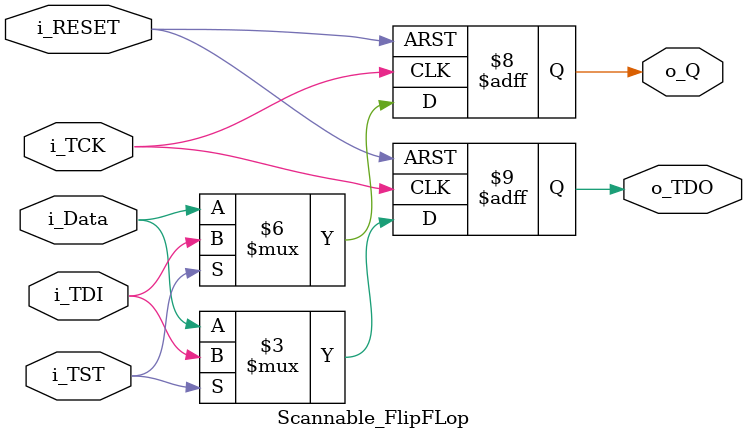
<source format=sv>
module ScannableChain_4_bit
	(input logic		i_TCK, i_RESET,
	input logic			i_TST,
	input logic			i_TDI,
	input logic[3:0]	i_in,
	output logic		o_TDO,
	output logic[3:0]	o_out);
	
	logic				zeroth_Sout, first_Sout, second_Sout;//, third_Sout, fourth_Sout, fiveth_Sout, sixth_Sout;
	
	Scannable_FlipFLop zerothRegister(i_TCK, i_RESET, i_TST, i_in[0], i_TDI, o_out[0], zeroth_Sout);
	Scannable_FlipFLop firstRegister(i_TCK, i_RESET, i_TST, i_in[1], zeroth_Sout, o_out[1], first_Sout);
	Scannable_FlipFLop secondRegister(i_TCK, i_RESET, i_TST, i_in[2], first_Sout, o_out[2], second_Sout);
	Scannable_FlipFLop thirdRegister(i_TCK, i_RESET, i_TST, i_in[3], second_Sout, o_out[3], o_TDO);

endmodule


module Scannable_FlipFLop
	(input logic	i_TCK, i_RESET,
	input logic		i_TST,
	input logic		i_Data, i_TDI,
	output logic	o_Q, o_TDO);

	always @(posedge i_TCK, posedge i_RESET)
	begin
		if (i_RESET)
		begin
			o_Q <= 1'b0;
			o_TDO <= 1'b0;
		end
		else
			if (i_TST)
			begin
				o_Q <= i_TDI;
				o_TDO <= i_TDI;
			end
			else
			begin
				o_Q <= i_Data;
				o_TDO <= i_Data;
			end
	end

endmodule

</source>
